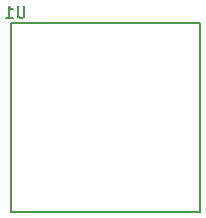
<source format=gbr>
G04 #@! TF.FileFunction,Legend,Bot*
%FSLAX46Y46*%
G04 Gerber Fmt 4.6, Leading zero omitted, Abs format (unit mm)*
G04 Created by KiCad (PCBNEW 4.0.7-e2-6376~58~ubuntu14.04.1) date Sat Jan 13 14:54:45 2018*
%MOMM*%
%LPD*%
G01*
G04 APERTURE LIST*
%ADD10C,0.100000*%
%ADD11C,0.150000*%
G04 APERTURE END LIST*
D10*
D11*
X117095000Y-109475000D02*
X133095000Y-109475000D01*
X133095000Y-109475000D02*
X133095000Y-125475000D01*
X133095000Y-125475000D02*
X117095000Y-125475000D01*
X117095000Y-125475000D02*
X117095000Y-109475000D01*
X118221665Y-108027221D02*
X118221665Y-108836745D01*
X118174046Y-108931983D01*
X118126427Y-108979602D01*
X118031189Y-109027221D01*
X117840712Y-109027221D01*
X117745474Y-108979602D01*
X117697855Y-108931983D01*
X117650236Y-108836745D01*
X117650236Y-108027221D01*
X116650236Y-109027221D02*
X117221665Y-109027221D01*
X116935951Y-109027221D02*
X116935951Y-108027221D01*
X117031189Y-108170078D01*
X117126427Y-108265316D01*
X117221665Y-108312935D01*
M02*

</source>
